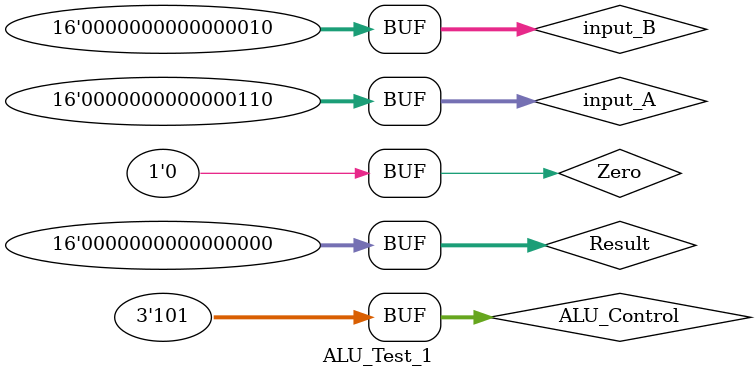
<source format=v>
`timescale 1ns / 1ps


module ALU_Test_1;

	// Inputs
	reg [15:0] input_A;
	reg [15:0] input_B;
	reg [2:0] ALU_Control;
	reg [15:0] Result;
	reg Zero;

	// Instantiate the Unit Under Test (UUT)
	ALU uut (
		.input_A(input_A), 
		.input_B(input_B), 
		.ALU_Control(ALU_Control), 
		.Result(Result), 
		.Zero(Zero)
	);

	initial begin
		// Initialize Inputs
		input_A = 10;
		input_B = 20;
		ALU_Control = 0;
		Result = 0;
		Zero = 0;

		// Wait 100 ns for global reset to finish
		#100;
		if(Result == 30 ) $display("Correct Add"); 
		if(Result != 30 ) $display("Wrong Add"); 
		#10
		ALU_Control = 1;
		input_A = 10;
		input_B = 20;
		
		#100;
		if(Result == -10 ) $display("Correct Sub"); 
		if(Result != -10 ) $display("Wrong Sub");
		#10
		ALU_Control = 7;
		input_A = 10;
		input_B = 20;
		
		#100;
		if(Result == 1 ) $display("Correct SLT"); 
		if(Result != 1 ) $display("Wrong SLT"); 
		#10
		ALU_Control = 5;
		input_A = 6;
		input_B = 2;
		
		#100;
		if(Result == 2 ) $display("Correct AND"); 
		if(Result != 2 ) $display("Wrong AND"); 
        
		// Add stimulus here


	end
      
endmodule


</source>
